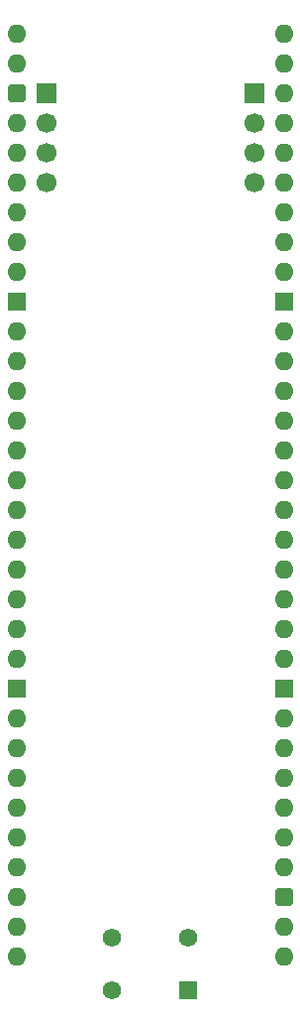
<source format=gbs>
%TF.GenerationSoftware,KiCad,Pcbnew,9.0.2*%
%TF.CreationDate,2025-08-23T12:59:52+02:00*%
%TF.ProjectId,Dual MPU Clock Generator,4475616c-204d-4505-9520-436c6f636b20,V1*%
%TF.SameCoordinates,Original*%
%TF.FileFunction,Soldermask,Bot*%
%TF.FilePolarity,Negative*%
%FSLAX46Y46*%
G04 Gerber Fmt 4.6, Leading zero omitted, Abs format (unit mm)*
G04 Created by KiCad (PCBNEW 9.0.2) date 2025-08-23 12:59:52*
%MOMM*%
%LPD*%
G01*
G04 APERTURE LIST*
G04 Aperture macros list*
%AMRoundRect*
0 Rectangle with rounded corners*
0 $1 Rounding radius*
0 $2 $3 $4 $5 $6 $7 $8 $9 X,Y pos of 4 corners*
0 Add a 4 corners polygon primitive as box body*
4,1,4,$2,$3,$4,$5,$6,$7,$8,$9,$2,$3,0*
0 Add four circle primitives for the rounded corners*
1,1,$1+$1,$2,$3*
1,1,$1+$1,$4,$5*
1,1,$1+$1,$6,$7*
1,1,$1+$1,$8,$9*
0 Add four rect primitives between the rounded corners*
20,1,$1+$1,$2,$3,$4,$5,0*
20,1,$1+$1,$4,$5,$6,$7,0*
20,1,$1+$1,$6,$7,$8,$9,0*
20,1,$1+$1,$8,$9,$2,$3,0*%
G04 Aperture macros list end*
%ADD10O,1.600000X1.600000*%
%ADD11RoundRect,0.400000X-0.400000X-0.400000X0.400000X-0.400000X0.400000X0.400000X-0.400000X0.400000X0*%
%ADD12R,1.600000X1.600000*%
%ADD13R,1.700000X1.700000*%
%ADD14C,1.700000*%
%ADD15R,1.575000X1.575000*%
%ADD16C,1.575000*%
G04 APERTURE END LIST*
D10*
%TO.C,J1*%
X0Y0D03*
X0Y-2540000D03*
D11*
X0Y-5080000D03*
D10*
X0Y-7620000D03*
X0Y-10160000D03*
X0Y-12700000D03*
X0Y-15240000D03*
X0Y-17780000D03*
X0Y-20320000D03*
D12*
X0Y-22860000D03*
D10*
X0Y-25400000D03*
X0Y-27940000D03*
X0Y-30480000D03*
X0Y-33020000D03*
X0Y-35560000D03*
X0Y-38100000D03*
X0Y-40640000D03*
X0Y-43180000D03*
X0Y-45720000D03*
X0Y-48260000D03*
X0Y-50800000D03*
X0Y-53340000D03*
D12*
X0Y-55880000D03*
D10*
X0Y-58420000D03*
X0Y-60960000D03*
X0Y-63500000D03*
X0Y-66040000D03*
X0Y-68580000D03*
X0Y-71120000D03*
X0Y-73660000D03*
X0Y-76200000D03*
X0Y-78740000D03*
X22860000Y-78740000D03*
X22860000Y-76200000D03*
D11*
X22860000Y-73660000D03*
D10*
X22860000Y-71120000D03*
X22860000Y-68580000D03*
X22860000Y-66040000D03*
X22860000Y-63500000D03*
X22860000Y-60960000D03*
X22860000Y-58420000D03*
D12*
X22860000Y-55880000D03*
D10*
X22860000Y-53340000D03*
X22860000Y-50800000D03*
X22860000Y-48260000D03*
X22860000Y-45720000D03*
X22860000Y-43180000D03*
X22860000Y-40640000D03*
X22860000Y-38100000D03*
X22860000Y-35560000D03*
X22860000Y-33020000D03*
X22860000Y-30480000D03*
X22860000Y-27940000D03*
X22860000Y-25400000D03*
D12*
X22860000Y-22860000D03*
D10*
X22860000Y-20320000D03*
X22860000Y-17780000D03*
X22860000Y-15240000D03*
X22860000Y-12700000D03*
X22860000Y-10160000D03*
X22860000Y-7620000D03*
X22860000Y-5080000D03*
X22860000Y-2540000D03*
X22860000Y0D03*
%TD*%
D13*
%TO.C,J2*%
X2540000Y-5080000D03*
D14*
X2540000Y-7620000D03*
X2540000Y-10160000D03*
X2540000Y-12700000D03*
%TD*%
D15*
%TO.C,S2*%
X14680000Y-81661000D03*
D16*
X8180000Y-81661000D03*
X14680000Y-77161000D03*
X8180000Y-77161000D03*
%TD*%
D13*
%TO.C,J3*%
X20320000Y-5080000D03*
D14*
X20320000Y-7620000D03*
X20320000Y-10160000D03*
X20320000Y-12700000D03*
%TD*%
M02*

</source>
